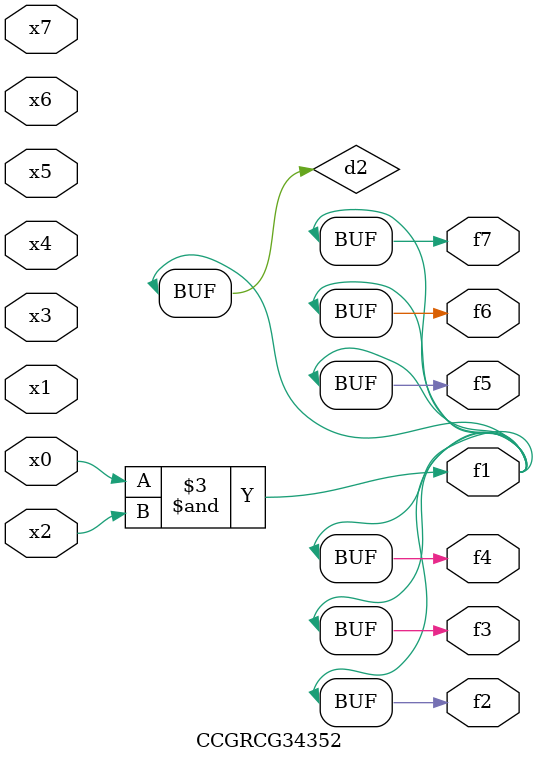
<source format=v>
module CCGRCG34352(
	input x0, x1, x2, x3, x4, x5, x6, x7,
	output f1, f2, f3, f4, f5, f6, f7
);

	wire d1, d2;

	nor (d1, x3, x6);
	and (d2, x0, x2);
	assign f1 = d2;
	assign f2 = d2;
	assign f3 = d2;
	assign f4 = d2;
	assign f5 = d2;
	assign f6 = d2;
	assign f7 = d2;
endmodule

</source>
